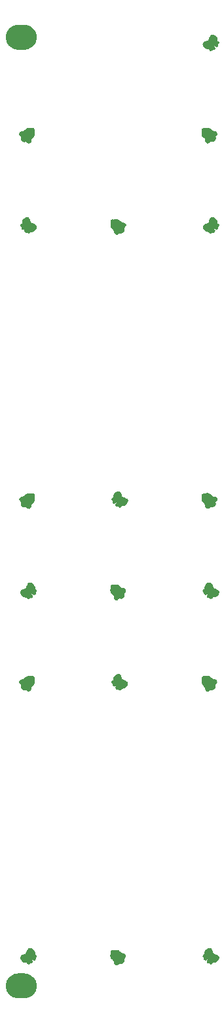
<source format=gbr>
G04 #@! TF.GenerationSoftware,KiCad,Pcbnew,(5.1.2)-2*
G04 #@! TF.CreationDate,2020-04-17T14:25:19-07:00*
G04 #@! TF.ProjectId,panel,70616e65-6c2e-46b6-9963-61645f706362,rev?*
G04 #@! TF.SameCoordinates,Original*
G04 #@! TF.FileFunction,Copper,L1,Top*
G04 #@! TF.FilePolarity,Positive*
%FSLAX46Y46*%
G04 Gerber Fmt 4.6, Leading zero omitted, Abs format (unit mm)*
G04 Created by KiCad (PCBNEW (5.1.2)-2) date 2020-04-17 14:25:19*
%MOMM*%
%LPD*%
G04 APERTURE LIST*
%ADD10C,0.010000*%
%ADD11C,0.100000*%
%ADD12C,3.200000*%
G04 APERTURE END LIST*
D10*
G36*
X-226864Y-56572963D02*
G01*
X-89675Y-56611362D01*
X-53236Y-56628040D01*
X1510Y-56664154D01*
X78223Y-56724555D01*
X162686Y-56797877D01*
X185868Y-56819249D01*
X293467Y-56914033D01*
X381306Y-56975318D01*
X461286Y-57009327D01*
X545313Y-57022283D01*
X575584Y-57023000D01*
X696609Y-57043880D01*
X787165Y-57104171D01*
X843934Y-57200351D01*
X863599Y-57328894D01*
X863600Y-57328921D01*
X855285Y-57401223D01*
X824145Y-57465849D01*
X768419Y-57534606D01*
X720363Y-57590291D01*
X692004Y-57636321D01*
X678147Y-57689192D01*
X673598Y-57765402D01*
X673169Y-57837039D01*
X671430Y-57940269D01*
X663404Y-58009244D01*
X644745Y-58060469D01*
X611106Y-58110452D01*
X596263Y-58129135D01*
X496612Y-58231359D01*
X391753Y-58290193D01*
X267112Y-58311936D01*
X178002Y-58309890D01*
X87766Y-58304761D01*
X29015Y-58309848D01*
X-17401Y-58331275D01*
X-70630Y-58375167D01*
X-94480Y-58397031D01*
X-165646Y-58456521D01*
X-224523Y-58486174D01*
X-291337Y-58495185D01*
X-310583Y-58495299D01*
X-394718Y-58486782D01*
X-467170Y-58466797D01*
X-479805Y-58460754D01*
X-557835Y-58389658D01*
X-601056Y-58285614D01*
X-608700Y-58212103D01*
X-616615Y-58122419D01*
X-642709Y-58042054D01*
X-693347Y-57958765D01*
X-774892Y-57860313D01*
X-813351Y-57818468D01*
X-888063Y-57734700D01*
X-952896Y-57655026D01*
X-996579Y-57593502D01*
X-1003577Y-57581265D01*
X-1056051Y-57433676D01*
X-1076198Y-57268209D01*
X-1063105Y-57118250D01*
X-1047518Y-57034031D01*
X-1038194Y-56965252D01*
X-1036911Y-56940450D01*
X-1039093Y-56885044D01*
X-1042246Y-56810646D01*
X-1042489Y-56805090D01*
X-1027873Y-56711273D01*
X-987499Y-56651398D01*
X-944166Y-56614044D01*
X-893552Y-56596199D01*
X-816768Y-56592328D01*
X-788109Y-56592991D01*
X-678463Y-56590334D01*
X-564166Y-56578549D01*
X-521479Y-56571122D01*
X-378859Y-56558570D01*
X-226864Y-56572963D01*
X-226864Y-56572963D01*
G37*
X-226864Y-56572963D02*
X-89675Y-56611362D01*
X-53236Y-56628040D01*
X1510Y-56664154D01*
X78223Y-56724555D01*
X162686Y-56797877D01*
X185868Y-56819249D01*
X293467Y-56914033D01*
X381306Y-56975318D01*
X461286Y-57009327D01*
X545313Y-57022283D01*
X575584Y-57023000D01*
X696609Y-57043880D01*
X787165Y-57104171D01*
X843934Y-57200351D01*
X863599Y-57328894D01*
X863600Y-57328921D01*
X855285Y-57401223D01*
X824145Y-57465849D01*
X768419Y-57534606D01*
X720363Y-57590291D01*
X692004Y-57636321D01*
X678147Y-57689192D01*
X673598Y-57765402D01*
X673169Y-57837039D01*
X671430Y-57940269D01*
X663404Y-58009244D01*
X644745Y-58060469D01*
X611106Y-58110452D01*
X596263Y-58129135D01*
X496612Y-58231359D01*
X391753Y-58290193D01*
X267112Y-58311936D01*
X178002Y-58309890D01*
X87766Y-58304761D01*
X29015Y-58309848D01*
X-17401Y-58331275D01*
X-70630Y-58375167D01*
X-94480Y-58397031D01*
X-165646Y-58456521D01*
X-224523Y-58486174D01*
X-291337Y-58495185D01*
X-310583Y-58495299D01*
X-394718Y-58486782D01*
X-467170Y-58466797D01*
X-479805Y-58460754D01*
X-557835Y-58389658D01*
X-601056Y-58285614D01*
X-608700Y-58212103D01*
X-616615Y-58122419D01*
X-642709Y-58042054D01*
X-693347Y-57958765D01*
X-774892Y-57860313D01*
X-813351Y-57818468D01*
X-888063Y-57734700D01*
X-952896Y-57655026D01*
X-996579Y-57593502D01*
X-1003577Y-57581265D01*
X-1056051Y-57433676D01*
X-1076198Y-57268209D01*
X-1063105Y-57118250D01*
X-1047518Y-57034031D01*
X-1038194Y-56965252D01*
X-1036911Y-56940450D01*
X-1039093Y-56885044D01*
X-1042246Y-56810646D01*
X-1042489Y-56805090D01*
X-1027873Y-56711273D01*
X-987499Y-56651398D01*
X-944166Y-56614044D01*
X-893552Y-56596199D01*
X-816768Y-56592328D01*
X-788109Y-56592991D01*
X-678463Y-56590334D01*
X-564166Y-56578549D01*
X-521479Y-56571122D01*
X-378859Y-56558570D01*
X-226864Y-56572963D01*
G36*
X-11365309Y-56330519D02*
G01*
X-11317690Y-56347431D01*
X-11226059Y-56400431D01*
X-11125493Y-56481075D01*
X-11033637Y-56573713D01*
X-10974702Y-56651622D01*
X-10924215Y-56759991D01*
X-10893568Y-56880400D01*
X-10886919Y-56992309D01*
X-10895322Y-57043942D01*
X-10906906Y-57097522D01*
X-10892211Y-57123217D01*
X-10839936Y-57137674D01*
X-10830483Y-57139466D01*
X-10740864Y-57177358D01*
X-10685528Y-57243223D01*
X-10667718Y-57324818D01*
X-10690677Y-57409903D01*
X-10741999Y-57473516D01*
X-10791342Y-57526095D01*
X-10806404Y-57577611D01*
X-10802256Y-57623132D01*
X-10808156Y-57724680D01*
X-10830442Y-57771808D01*
X-10890706Y-57824192D01*
X-10976149Y-57834630D01*
X-11087896Y-57803045D01*
X-11197964Y-57746900D01*
X-11275943Y-57702502D01*
X-11336165Y-57670634D01*
X-11365921Y-57658011D01*
X-11366204Y-57658000D01*
X-11362415Y-57678371D01*
X-11338104Y-57732760D01*
X-11297957Y-57811078D01*
X-11278491Y-57846886D01*
X-11223569Y-57952995D01*
X-11194523Y-58028078D01*
X-11187798Y-58082510D01*
X-11190931Y-58102345D01*
X-11234036Y-58180166D01*
X-11308695Y-58226681D01*
X-11401274Y-58233795D01*
X-11409759Y-58232278D01*
X-11469613Y-58227980D01*
X-11517158Y-58250422D01*
X-11560431Y-58292662D01*
X-11640401Y-58354063D01*
X-11722798Y-58364818D01*
X-11809117Y-58325074D01*
X-11818575Y-58317893D01*
X-11867256Y-58264649D01*
X-11891850Y-58209943D01*
X-11901918Y-58177400D01*
X-11928818Y-58160082D01*
X-11985426Y-58153004D01*
X-12042636Y-58151552D01*
X-12187031Y-58131172D01*
X-12324426Y-58077965D01*
X-12449763Y-57998460D01*
X-12557989Y-57899188D01*
X-12644046Y-57786678D01*
X-12702881Y-57667460D01*
X-12729437Y-57548063D01*
X-12718659Y-57435019D01*
X-12670314Y-57340819D01*
X-12608178Y-57285226D01*
X-12512902Y-57225984D01*
X-12400749Y-57171284D01*
X-12287980Y-57129317D01*
X-12215089Y-57111509D01*
X-12105710Y-57068909D01*
X-12010330Y-56986484D01*
X-11939504Y-56875089D01*
X-11913897Y-56801727D01*
X-11862664Y-56637710D01*
X-11799956Y-56500666D01*
X-11730706Y-56400627D01*
X-11704072Y-56374713D01*
X-11609840Y-56326119D01*
X-11491814Y-56311027D01*
X-11365309Y-56330519D01*
X-11365309Y-56330519D01*
G37*
X-11365309Y-56330519D02*
X-11317690Y-56347431D01*
X-11226059Y-56400431D01*
X-11125493Y-56481075D01*
X-11033637Y-56573713D01*
X-10974702Y-56651622D01*
X-10924215Y-56759991D01*
X-10893568Y-56880400D01*
X-10886919Y-56992309D01*
X-10895322Y-57043942D01*
X-10906906Y-57097522D01*
X-10892211Y-57123217D01*
X-10839936Y-57137674D01*
X-10830483Y-57139466D01*
X-10740864Y-57177358D01*
X-10685528Y-57243223D01*
X-10667718Y-57324818D01*
X-10690677Y-57409903D01*
X-10741999Y-57473516D01*
X-10791342Y-57526095D01*
X-10806404Y-57577611D01*
X-10802256Y-57623132D01*
X-10808156Y-57724680D01*
X-10830442Y-57771808D01*
X-10890706Y-57824192D01*
X-10976149Y-57834630D01*
X-11087896Y-57803045D01*
X-11197964Y-57746900D01*
X-11275943Y-57702502D01*
X-11336165Y-57670634D01*
X-11365921Y-57658011D01*
X-11366204Y-57658000D01*
X-11362415Y-57678371D01*
X-11338104Y-57732760D01*
X-11297957Y-57811078D01*
X-11278491Y-57846886D01*
X-11223569Y-57952995D01*
X-11194523Y-58028078D01*
X-11187798Y-58082510D01*
X-11190931Y-58102345D01*
X-11234036Y-58180166D01*
X-11308695Y-58226681D01*
X-11401274Y-58233795D01*
X-11409759Y-58232278D01*
X-11469613Y-58227980D01*
X-11517158Y-58250422D01*
X-11560431Y-58292662D01*
X-11640401Y-58354063D01*
X-11722798Y-58364818D01*
X-11809117Y-58325074D01*
X-11818575Y-58317893D01*
X-11867256Y-58264649D01*
X-11891850Y-58209943D01*
X-11901918Y-58177400D01*
X-11928818Y-58160082D01*
X-11985426Y-58153004D01*
X-12042636Y-58151552D01*
X-12187031Y-58131172D01*
X-12324426Y-58077965D01*
X-12449763Y-57998460D01*
X-12557989Y-57899188D01*
X-12644046Y-57786678D01*
X-12702881Y-57667460D01*
X-12729437Y-57548063D01*
X-12718659Y-57435019D01*
X-12670314Y-57340819D01*
X-12608178Y-57285226D01*
X-12512902Y-57225984D01*
X-12400749Y-57171284D01*
X-12287980Y-57129317D01*
X-12215089Y-57111509D01*
X-12105710Y-57068909D01*
X-12010330Y-56986484D01*
X-11939504Y-56875089D01*
X-11913897Y-56801727D01*
X-11862664Y-56637710D01*
X-11799956Y-56500666D01*
X-11730706Y-56400627D01*
X-11704072Y-56374713D01*
X-11609840Y-56326119D01*
X-11491814Y-56311027D01*
X-11365309Y-56330519D01*
G36*
X11785534Y-56315691D02*
G01*
X11838792Y-56334430D01*
X11888777Y-56378614D01*
X11918073Y-56411841D01*
X11968033Y-56484610D01*
X12019945Y-56582957D01*
X12066661Y-56690279D01*
X12101034Y-56789973D01*
X12115917Y-56865435D01*
X12116057Y-56871795D01*
X12134288Y-56913503D01*
X12180076Y-56970800D01*
X12239491Y-57029958D01*
X12298600Y-57077255D01*
X12343470Y-57098963D01*
X12346888Y-57099200D01*
X12430317Y-57113033D01*
X12536704Y-57149273D01*
X12648231Y-57200029D01*
X12747079Y-57257410D01*
X12803742Y-57301522D01*
X12863403Y-57363853D01*
X12893006Y-57416824D01*
X12902659Y-57482171D01*
X12903200Y-57515379D01*
X12879466Y-57661032D01*
X12813131Y-57804684D01*
X12711494Y-57934816D01*
X12581854Y-58039908D01*
X12563972Y-58050751D01*
X12442624Y-58107564D01*
X12319097Y-58141331D01*
X12210049Y-58148254D01*
X12168001Y-58141001D01*
X12120597Y-58132062D01*
X12093752Y-58148527D01*
X12072658Y-58201450D01*
X12068447Y-58215310D01*
X12019160Y-58303115D01*
X11940135Y-58356811D01*
X11871351Y-58369200D01*
X11830314Y-58352309D01*
X11774424Y-58310027D01*
X11754989Y-58291697D01*
X11695674Y-58241435D01*
X11644933Y-58225447D01*
X11606033Y-58229888D01*
X11523521Y-58228511D01*
X11443888Y-58197259D01*
X11398638Y-58155847D01*
X11381573Y-58096563D01*
X11383266Y-58017050D01*
X11402126Y-57943627D01*
X11412647Y-57924001D01*
X11444112Y-57873804D01*
X11488448Y-57799536D01*
X11517501Y-57749523D01*
X11588908Y-57625147D01*
X11439604Y-57708884D01*
X11359960Y-57754690D01*
X11297246Y-57792836D01*
X11266170Y-57814210D01*
X11209141Y-57835940D01*
X11132492Y-57832014D01*
X11058386Y-57805669D01*
X11022633Y-57778650D01*
X10985773Y-57723254D01*
X10979971Y-57656073D01*
X10983533Y-57628193D01*
X10987419Y-57560899D01*
X10966934Y-57509660D01*
X10921989Y-57458697D01*
X10868248Y-57387901D01*
X10845896Y-57320877D01*
X10845800Y-57317053D01*
X10868956Y-57239618D01*
X10929514Y-57174414D01*
X11014108Y-57135473D01*
X11019943Y-57134221D01*
X11061036Y-57122936D01*
X11080626Y-57101158D01*
X11084492Y-57054734D01*
X11079899Y-56987368D01*
X11091428Y-56827885D01*
X11149922Y-56672979D01*
X11251699Y-56531203D01*
X11294710Y-56488245D01*
X11418910Y-56390566D01*
X11540151Y-56334106D01*
X11673278Y-56312506D01*
X11706604Y-56311800D01*
X11785534Y-56315691D01*
X11785534Y-56315691D01*
G37*
X11785534Y-56315691D02*
X11838792Y-56334430D01*
X11888777Y-56378614D01*
X11918073Y-56411841D01*
X11968033Y-56484610D01*
X12019945Y-56582957D01*
X12066661Y-56690279D01*
X12101034Y-56789973D01*
X12115917Y-56865435D01*
X12116057Y-56871795D01*
X12134288Y-56913503D01*
X12180076Y-56970800D01*
X12239491Y-57029958D01*
X12298600Y-57077255D01*
X12343470Y-57098963D01*
X12346888Y-57099200D01*
X12430317Y-57113033D01*
X12536704Y-57149273D01*
X12648231Y-57200029D01*
X12747079Y-57257410D01*
X12803742Y-57301522D01*
X12863403Y-57363853D01*
X12893006Y-57416824D01*
X12902659Y-57482171D01*
X12903200Y-57515379D01*
X12879466Y-57661032D01*
X12813131Y-57804684D01*
X12711494Y-57934816D01*
X12581854Y-58039908D01*
X12563972Y-58050751D01*
X12442624Y-58107564D01*
X12319097Y-58141331D01*
X12210049Y-58148254D01*
X12168001Y-58141001D01*
X12120597Y-58132062D01*
X12093752Y-58148527D01*
X12072658Y-58201450D01*
X12068447Y-58215310D01*
X12019160Y-58303115D01*
X11940135Y-58356811D01*
X11871351Y-58369200D01*
X11830314Y-58352309D01*
X11774424Y-58310027D01*
X11754989Y-58291697D01*
X11695674Y-58241435D01*
X11644933Y-58225447D01*
X11606033Y-58229888D01*
X11523521Y-58228511D01*
X11443888Y-58197259D01*
X11398638Y-58155847D01*
X11381573Y-58096563D01*
X11383266Y-58017050D01*
X11402126Y-57943627D01*
X11412647Y-57924001D01*
X11444112Y-57873804D01*
X11488448Y-57799536D01*
X11517501Y-57749523D01*
X11588908Y-57625147D01*
X11439604Y-57708884D01*
X11359960Y-57754690D01*
X11297246Y-57792836D01*
X11266170Y-57814210D01*
X11209141Y-57835940D01*
X11132492Y-57832014D01*
X11058386Y-57805669D01*
X11022633Y-57778650D01*
X10985773Y-57723254D01*
X10979971Y-57656073D01*
X10983533Y-57628193D01*
X10987419Y-57560899D01*
X10966934Y-57509660D01*
X10921989Y-57458697D01*
X10868248Y-57387901D01*
X10845896Y-57320877D01*
X10845800Y-57317053D01*
X10868956Y-57239618D01*
X10929514Y-57174414D01*
X11014108Y-57135473D01*
X11019943Y-57134221D01*
X11061036Y-57122936D01*
X11080626Y-57101158D01*
X11084492Y-57054734D01*
X11079899Y-56987368D01*
X11091428Y-56827885D01*
X11149922Y-56672979D01*
X11251699Y-56531203D01*
X11294710Y-56488245D01*
X11418910Y-56390566D01*
X11540151Y-56334106D01*
X11673278Y-56312506D01*
X11706604Y-56311800D01*
X11785534Y-56315691D01*
G36*
X-11492656Y-21227830D02*
G01*
X-11361035Y-21229518D01*
X-11250391Y-21230940D01*
X-11232584Y-21231169D01*
X-11137880Y-21235640D01*
X-11076198Y-21249520D01*
X-11029934Y-21278036D01*
X-11008889Y-21297602D01*
X-10970850Y-21343915D01*
X-10951989Y-21396543D01*
X-10946700Y-21474511D01*
X-10946955Y-21507740D01*
X-10945743Y-21612083D01*
X-10940137Y-21737218D01*
X-10932758Y-21838983D01*
X-10929556Y-21988596D01*
X-10953039Y-22116172D01*
X-11008386Y-22235349D01*
X-11100775Y-22359766D01*
X-11152365Y-22417396D01*
X-11253362Y-22532150D01*
X-11320584Y-22626195D01*
X-11359869Y-22710625D01*
X-11377054Y-22796535D01*
X-11379200Y-22848578D01*
X-11385457Y-22930800D01*
X-11411573Y-22991257D01*
X-11465560Y-23053040D01*
X-11529777Y-23108643D01*
X-11590713Y-23133753D01*
X-11669328Y-23139400D01*
X-11744843Y-23134168D01*
X-11803875Y-23112255D01*
X-11867586Y-23064333D01*
X-11894321Y-23040231D01*
X-11953430Y-22987701D01*
X-11999008Y-22959119D01*
X-12049551Y-22948774D01*
X-12123558Y-22950960D01*
X-12171556Y-22954680D01*
X-12270063Y-22959842D01*
X-12339149Y-22953524D01*
X-12399609Y-22931949D01*
X-12451027Y-22903940D01*
X-12549278Y-22825728D01*
X-12620935Y-22732669D01*
X-12653982Y-22665293D01*
X-12669999Y-22601555D01*
X-12672463Y-22521004D01*
X-12668604Y-22452184D01*
X-12663316Y-22358950D01*
X-12666811Y-22300209D01*
X-12683258Y-22259865D01*
X-12716827Y-22221820D01*
X-12732021Y-22207356D01*
X-12803579Y-22122065D01*
X-12851464Y-22028917D01*
X-12868679Y-21943501D01*
X-12864624Y-21911985D01*
X-12812026Y-21789211D01*
X-12733451Y-21709468D01*
X-12626469Y-21670775D01*
X-12563215Y-21666200D01*
X-12475650Y-21658670D01*
X-12395677Y-21631942D01*
X-12311459Y-21579808D01*
X-12211158Y-21496061D01*
X-12174669Y-21462449D01*
X-12065748Y-21364020D01*
X-11978039Y-21296937D01*
X-11898052Y-21255449D01*
X-11812295Y-21233804D01*
X-11707276Y-21226250D01*
X-11620500Y-21226195D01*
X-11492656Y-21227830D01*
X-11492656Y-21227830D01*
G37*
X-11492656Y-21227830D02*
X-11361035Y-21229518D01*
X-11250391Y-21230940D01*
X-11232584Y-21231169D01*
X-11137880Y-21235640D01*
X-11076198Y-21249520D01*
X-11029934Y-21278036D01*
X-11008889Y-21297602D01*
X-10970850Y-21343915D01*
X-10951989Y-21396543D01*
X-10946700Y-21474511D01*
X-10946955Y-21507740D01*
X-10945743Y-21612083D01*
X-10940137Y-21737218D01*
X-10932758Y-21838983D01*
X-10929556Y-21988596D01*
X-10953039Y-22116172D01*
X-11008386Y-22235349D01*
X-11100775Y-22359766D01*
X-11152365Y-22417396D01*
X-11253362Y-22532150D01*
X-11320584Y-22626195D01*
X-11359869Y-22710625D01*
X-11377054Y-22796535D01*
X-11379200Y-22848578D01*
X-11385457Y-22930800D01*
X-11411573Y-22991257D01*
X-11465560Y-23053040D01*
X-11529777Y-23108643D01*
X-11590713Y-23133753D01*
X-11669328Y-23139400D01*
X-11744843Y-23134168D01*
X-11803875Y-23112255D01*
X-11867586Y-23064333D01*
X-11894321Y-23040231D01*
X-11953430Y-22987701D01*
X-11999008Y-22959119D01*
X-12049551Y-22948774D01*
X-12123558Y-22950960D01*
X-12171556Y-22954680D01*
X-12270063Y-22959842D01*
X-12339149Y-22953524D01*
X-12399609Y-22931949D01*
X-12451027Y-22903940D01*
X-12549278Y-22825728D01*
X-12620935Y-22732669D01*
X-12653982Y-22665293D01*
X-12669999Y-22601555D01*
X-12672463Y-22521004D01*
X-12668604Y-22452184D01*
X-12663316Y-22358950D01*
X-12666811Y-22300209D01*
X-12683258Y-22259865D01*
X-12716827Y-22221820D01*
X-12732021Y-22207356D01*
X-12803579Y-22122065D01*
X-12851464Y-22028917D01*
X-12868679Y-21943501D01*
X-12864624Y-21911985D01*
X-12812026Y-21789211D01*
X-12733451Y-21709468D01*
X-12626469Y-21670775D01*
X-12563215Y-21666200D01*
X-12475650Y-21658670D01*
X-12395677Y-21631942D01*
X-12311459Y-21579808D01*
X-12211158Y-21496061D01*
X-12174669Y-21462449D01*
X-12065748Y-21364020D01*
X-11978039Y-21296937D01*
X-11898052Y-21255449D01*
X-11812295Y-21233804D01*
X-11707276Y-21226250D01*
X-11620500Y-21226195D01*
X-11492656Y-21227830D01*
G36*
X11533859Y-21227706D02*
G01*
X11637256Y-21242937D01*
X11728434Y-21277177D01*
X11821033Y-21336176D01*
X11928694Y-21425681D01*
X11972007Y-21464865D01*
X12079809Y-21558177D01*
X12167095Y-21618576D01*
X12245797Y-21652237D01*
X12327848Y-21665331D01*
X12361184Y-21666200D01*
X12482214Y-21687051D01*
X12572721Y-21747305D01*
X12629463Y-21843511D01*
X12649199Y-21972218D01*
X12649200Y-21972762D01*
X12641812Y-22042318D01*
X12613558Y-22103548D01*
X12555301Y-22175561D01*
X12548924Y-22182520D01*
X12492663Y-22246576D01*
X12464403Y-22295111D01*
X12456912Y-22349201D01*
X12462955Y-22429921D01*
X12463200Y-22432297D01*
X12463245Y-22584445D01*
X12425948Y-22709089D01*
X12347617Y-22816780D01*
X12319098Y-22844189D01*
X12210693Y-22919038D01*
X12088127Y-22955425D01*
X11939288Y-22956675D01*
X11917570Y-22954452D01*
X11846496Y-22949612D01*
X11795491Y-22959907D01*
X11744625Y-22992885D01*
X11691124Y-23040227D01*
X11621781Y-23098777D01*
X11564571Y-23128400D01*
X11498087Y-23138322D01*
X11462317Y-23138835D01*
X11357395Y-23126478D01*
X11286922Y-23094385D01*
X11210500Y-23003529D01*
X11177653Y-22888271D01*
X11176000Y-22850623D01*
X11168728Y-22764094D01*
X11142814Y-22685136D01*
X11092112Y-22602113D01*
X11010476Y-22503388D01*
X10968375Y-22457527D01*
X10859325Y-22332674D01*
X10786108Y-22224548D01*
X10743469Y-22120000D01*
X10726155Y-22005883D01*
X10728911Y-21869048D01*
X10729589Y-21859972D01*
X10737202Y-21738060D01*
X10742162Y-21613240D01*
X10743443Y-21511622D01*
X10743394Y-21507740D01*
X10745802Y-21417553D01*
X10759999Y-21358754D01*
X10791628Y-21312304D01*
X10805688Y-21297602D01*
X10850639Y-21260613D01*
X10902707Y-21240698D01*
X10979490Y-21232656D01*
X11029383Y-21231496D01*
X11135222Y-21230131D01*
X11265340Y-21228145D01*
X11393227Y-21225945D01*
X11404600Y-21225735D01*
X11533859Y-21227706D01*
X11533859Y-21227706D01*
G37*
X11533859Y-21227706D02*
X11637256Y-21242937D01*
X11728434Y-21277177D01*
X11821033Y-21336176D01*
X11928694Y-21425681D01*
X11972007Y-21464865D01*
X12079809Y-21558177D01*
X12167095Y-21618576D01*
X12245797Y-21652237D01*
X12327848Y-21665331D01*
X12361184Y-21666200D01*
X12482214Y-21687051D01*
X12572721Y-21747305D01*
X12629463Y-21843511D01*
X12649199Y-21972218D01*
X12649200Y-21972762D01*
X12641812Y-22042318D01*
X12613558Y-22103548D01*
X12555301Y-22175561D01*
X12548924Y-22182520D01*
X12492663Y-22246576D01*
X12464403Y-22295111D01*
X12456912Y-22349201D01*
X12462955Y-22429921D01*
X12463200Y-22432297D01*
X12463245Y-22584445D01*
X12425948Y-22709089D01*
X12347617Y-22816780D01*
X12319098Y-22844189D01*
X12210693Y-22919038D01*
X12088127Y-22955425D01*
X11939288Y-22956675D01*
X11917570Y-22954452D01*
X11846496Y-22949612D01*
X11795491Y-22959907D01*
X11744625Y-22992885D01*
X11691124Y-23040227D01*
X11621781Y-23098777D01*
X11564571Y-23128400D01*
X11498087Y-23138322D01*
X11462317Y-23138835D01*
X11357395Y-23126478D01*
X11286922Y-23094385D01*
X11210500Y-23003529D01*
X11177653Y-22888271D01*
X11176000Y-22850623D01*
X11168728Y-22764094D01*
X11142814Y-22685136D01*
X11092112Y-22602113D01*
X11010476Y-22503388D01*
X10968375Y-22457527D01*
X10859325Y-22332674D01*
X10786108Y-22224548D01*
X10743469Y-22120000D01*
X10726155Y-22005883D01*
X10728911Y-21869048D01*
X10729589Y-21859972D01*
X10737202Y-21738060D01*
X10742162Y-21613240D01*
X10743443Y-21511622D01*
X10743394Y-21507740D01*
X10745802Y-21417553D01*
X10759999Y-21358754D01*
X10791628Y-21312304D01*
X10805688Y-21297602D01*
X10850639Y-21260613D01*
X10902707Y-21240698D01*
X10979490Y-21232656D01*
X11029383Y-21231496D01*
X11135222Y-21230131D01*
X11265340Y-21228145D01*
X11393227Y-21225945D01*
X11404600Y-21225735D01*
X11533859Y-21227706D01*
G36*
X43987Y-20983676D02*
G01*
X88580Y-21010086D01*
X144173Y-21072222D01*
X203415Y-21167498D01*
X258115Y-21279651D01*
X300082Y-21392420D01*
X317890Y-21465311D01*
X359171Y-21571908D01*
X436905Y-21665753D01*
X536771Y-21732523D01*
X607288Y-21754709D01*
X710339Y-21782326D01*
X824560Y-21828613D01*
X933691Y-21885380D01*
X1021469Y-21944435D01*
X1062513Y-21984019D01*
X1108047Y-22080707D01*
X1114708Y-22196811D01*
X1085554Y-22323071D01*
X1023643Y-22450225D01*
X932033Y-22569012D01*
X842862Y-22649191D01*
X734435Y-22716544D01*
X615580Y-22766184D01*
X501211Y-22793596D01*
X406245Y-22794261D01*
X383214Y-22788378D01*
X336368Y-22775927D01*
X309906Y-22788542D01*
X289598Y-22836557D01*
X281786Y-22862050D01*
X234113Y-22954733D01*
X164878Y-23004606D01*
X82827Y-23009628D01*
X-3294Y-22967759D01*
X-37719Y-22936598D01*
X-92711Y-22887529D01*
X-143472Y-22870891D01*
X-204772Y-22875897D01*
X-279294Y-22879498D01*
X-331993Y-22856087D01*
X-352802Y-22837398D01*
X-394548Y-22772656D01*
X-401643Y-22691823D01*
X-373395Y-22588472D01*
X-312324Y-22461998D01*
X-218248Y-22290847D01*
X-389399Y-22384923D01*
X-520372Y-22447761D01*
X-622656Y-22474618D01*
X-702716Y-22466186D01*
X-764949Y-22425251D01*
X-801668Y-22372802D01*
X-809006Y-22306571D01*
X-805756Y-22275010D01*
X-803260Y-22203766D01*
X-826239Y-22151364D01*
X-866307Y-22108106D01*
X-926326Y-22023947D01*
X-939250Y-21939340D01*
X-907276Y-21863806D01*
X-832601Y-21806862D01*
X-793336Y-21792033D01*
X-698500Y-21763676D01*
X-706941Y-21616619D01*
X-706373Y-21509710D01*
X-686001Y-21421163D01*
X-650807Y-21342129D01*
X-563612Y-21213062D01*
X-444449Y-21094627D01*
X-311649Y-21004569D01*
X-291939Y-20994725D01*
X-178958Y-20960782D01*
X-60797Y-20957348D01*
X43987Y-20983676D01*
X43987Y-20983676D01*
G37*
X43987Y-20983676D02*
X88580Y-21010086D01*
X144173Y-21072222D01*
X203415Y-21167498D01*
X258115Y-21279651D01*
X300082Y-21392420D01*
X317890Y-21465311D01*
X359171Y-21571908D01*
X436905Y-21665753D01*
X536771Y-21732523D01*
X607288Y-21754709D01*
X710339Y-21782326D01*
X824560Y-21828613D01*
X933691Y-21885380D01*
X1021469Y-21944435D01*
X1062513Y-21984019D01*
X1108047Y-22080707D01*
X1114708Y-22196811D01*
X1085554Y-22323071D01*
X1023643Y-22450225D01*
X932033Y-22569012D01*
X842862Y-22649191D01*
X734435Y-22716544D01*
X615580Y-22766184D01*
X501211Y-22793596D01*
X406245Y-22794261D01*
X383214Y-22788378D01*
X336368Y-22775927D01*
X309906Y-22788542D01*
X289598Y-22836557D01*
X281786Y-22862050D01*
X234113Y-22954733D01*
X164878Y-23004606D01*
X82827Y-23009628D01*
X-3294Y-22967759D01*
X-37719Y-22936598D01*
X-92711Y-22887529D01*
X-143472Y-22870891D01*
X-204772Y-22875897D01*
X-279294Y-22879498D01*
X-331993Y-22856087D01*
X-352802Y-22837398D01*
X-394548Y-22772656D01*
X-401643Y-22691823D01*
X-373395Y-22588472D01*
X-312324Y-22461998D01*
X-218248Y-22290847D01*
X-389399Y-22384923D01*
X-520372Y-22447761D01*
X-622656Y-22474618D01*
X-702716Y-22466186D01*
X-764949Y-22425251D01*
X-801668Y-22372802D01*
X-809006Y-22306571D01*
X-805756Y-22275010D01*
X-803260Y-22203766D01*
X-826239Y-22151364D01*
X-866307Y-22108106D01*
X-926326Y-22023947D01*
X-939250Y-21939340D01*
X-907276Y-21863806D01*
X-832601Y-21806862D01*
X-793336Y-21792033D01*
X-698500Y-21763676D01*
X-706941Y-21616619D01*
X-706373Y-21509710D01*
X-686001Y-21421163D01*
X-650807Y-21342129D01*
X-563612Y-21213062D01*
X-444449Y-21094627D01*
X-311649Y-21004569D01*
X-291939Y-20994725D01*
X-178958Y-20960782D01*
X-60797Y-20957348D01*
X43987Y-20983676D01*
G36*
X-159628Y-9454438D02*
G01*
X-40451Y-9509785D01*
X83966Y-9602174D01*
X141596Y-9653764D01*
X256350Y-9754761D01*
X350395Y-9821983D01*
X434825Y-9861268D01*
X520735Y-9878453D01*
X572778Y-9880600D01*
X655000Y-9886856D01*
X715457Y-9912972D01*
X777240Y-9966960D01*
X832843Y-10031176D01*
X857953Y-10092112D01*
X863600Y-10170727D01*
X858570Y-10245160D01*
X837380Y-10303484D01*
X790876Y-10366208D01*
X762004Y-10398353D01*
X705024Y-10463532D01*
X676746Y-10511750D01*
X669973Y-10561994D01*
X676292Y-10624458D01*
X681122Y-10778620D01*
X647118Y-10907158D01*
X571578Y-11020159D01*
X569790Y-11022147D01*
X478386Y-11107252D01*
X384077Y-11155534D01*
X270751Y-11172978D01*
X171508Y-11170045D01*
X82869Y-11165002D01*
X24863Y-11170974D01*
X-22470Y-11194400D01*
X-79088Y-11241715D01*
X-94683Y-11255888D01*
X-159593Y-11309573D01*
X-214151Y-11345137D01*
X-238656Y-11353800D01*
X-296756Y-11360959D01*
X-309073Y-11364181D01*
X-355418Y-11364682D01*
X-421883Y-11351782D01*
X-426418Y-11350505D01*
X-510706Y-11301667D01*
X-573799Y-11217254D01*
X-606747Y-11110992D01*
X-609506Y-11069703D01*
X-617642Y-10976059D01*
X-646142Y-10891978D01*
X-701453Y-10804995D01*
X-790023Y-10702644D01*
X-810522Y-10681078D01*
X-885614Y-10598262D01*
X-951173Y-10517773D01*
X-995029Y-10454726D01*
X-1000084Y-10445620D01*
X-1056580Y-10287639D01*
X-1076418Y-10114344D01*
X-1062995Y-9975850D01*
X-1047244Y-9867652D01*
X-1039580Y-9747824D01*
X-1039677Y-9699414D01*
X-1039621Y-9614195D01*
X-1028649Y-9561635D01*
X-1000864Y-9523841D01*
X-974411Y-9501392D01*
X-913196Y-9465904D01*
X-836077Y-9450346D01*
X-763435Y-9448627D01*
X-661906Y-9447284D01*
X-538876Y-9441615D01*
X-436817Y-9434157D01*
X-287204Y-9430955D01*
X-159628Y-9454438D01*
X-159628Y-9454438D01*
G37*
X-159628Y-9454438D02*
X-40451Y-9509785D01*
X83966Y-9602174D01*
X141596Y-9653764D01*
X256350Y-9754761D01*
X350395Y-9821983D01*
X434825Y-9861268D01*
X520735Y-9878453D01*
X572778Y-9880600D01*
X655000Y-9886856D01*
X715457Y-9912972D01*
X777240Y-9966960D01*
X832843Y-10031176D01*
X857953Y-10092112D01*
X863600Y-10170727D01*
X858570Y-10245160D01*
X837380Y-10303484D01*
X790876Y-10366208D01*
X762004Y-10398353D01*
X705024Y-10463532D01*
X676746Y-10511750D01*
X669973Y-10561994D01*
X676292Y-10624458D01*
X681122Y-10778620D01*
X647118Y-10907158D01*
X571578Y-11020159D01*
X569790Y-11022147D01*
X478386Y-11107252D01*
X384077Y-11155534D01*
X270751Y-11172978D01*
X171508Y-11170045D01*
X82869Y-11165002D01*
X24863Y-11170974D01*
X-22470Y-11194400D01*
X-79088Y-11241715D01*
X-94683Y-11255888D01*
X-159593Y-11309573D01*
X-214151Y-11345137D01*
X-238656Y-11353800D01*
X-296756Y-11360959D01*
X-309073Y-11364181D01*
X-355418Y-11364682D01*
X-421883Y-11351782D01*
X-426418Y-11350505D01*
X-510706Y-11301667D01*
X-573799Y-11217254D01*
X-606747Y-11110992D01*
X-609506Y-11069703D01*
X-617642Y-10976059D01*
X-646142Y-10891978D01*
X-701453Y-10804995D01*
X-790023Y-10702644D01*
X-810522Y-10681078D01*
X-885614Y-10598262D01*
X-951173Y-10517773D01*
X-995029Y-10454726D01*
X-1000084Y-10445620D01*
X-1056580Y-10287639D01*
X-1076418Y-10114344D01*
X-1062995Y-9975850D01*
X-1047244Y-9867652D01*
X-1039580Y-9747824D01*
X-1039677Y-9699414D01*
X-1039621Y-9614195D01*
X-1028649Y-9561635D01*
X-1000864Y-9523841D01*
X-974411Y-9501392D01*
X-913196Y-9465904D01*
X-836077Y-9450346D01*
X-763435Y-9448627D01*
X-661906Y-9447284D01*
X-538876Y-9441615D01*
X-436817Y-9434157D01*
X-287204Y-9430955D01*
X-159628Y-9454438D01*
G36*
X-11378902Y-9184837D02*
G01*
X-11317690Y-9205031D01*
X-11195927Y-9275216D01*
X-11085911Y-9374198D01*
X-10993537Y-9492148D01*
X-10924697Y-9619239D01*
X-10885283Y-9745642D01*
X-10881189Y-9861528D01*
X-10893960Y-9911754D01*
X-10906820Y-9958535D01*
X-10889749Y-9981710D01*
X-10838162Y-9995991D01*
X-10739520Y-10033617D01*
X-10683689Y-10096904D01*
X-10668000Y-10177849D01*
X-10687107Y-10264951D01*
X-10736788Y-10327776D01*
X-10783527Y-10382809D01*
X-10799351Y-10444240D01*
X-10798199Y-10493704D01*
X-10807216Y-10595768D01*
X-10849536Y-10661549D01*
X-10922080Y-10690219D01*
X-11021769Y-10680953D01*
X-11145527Y-10632924D01*
X-11201942Y-10602168D01*
X-11279604Y-10558686D01*
X-11338504Y-10529525D01*
X-11366858Y-10520472D01*
X-11367510Y-10520843D01*
X-11360426Y-10545770D01*
X-11332384Y-10601769D01*
X-11289397Y-10676863D01*
X-11288077Y-10679056D01*
X-11223210Y-10795074D01*
X-11189246Y-10881370D01*
X-11184866Y-10947495D01*
X-11208748Y-11003002D01*
X-11238528Y-11037636D01*
X-11294977Y-11083450D01*
X-11351766Y-11095849D01*
X-11399540Y-11090780D01*
X-11466648Y-11086432D01*
X-11515496Y-11107087D01*
X-11561342Y-11151260D01*
X-11638495Y-11208958D01*
X-11720429Y-11226717D01*
X-11794271Y-11203008D01*
X-11818427Y-11181827D01*
X-11860015Y-11121234D01*
X-11882164Y-11074576D01*
X-11901403Y-11038240D01*
X-11934191Y-11019137D01*
X-11995171Y-11011460D01*
X-12044939Y-11010021D01*
X-12190761Y-10989517D01*
X-12327316Y-10937064D01*
X-12450374Y-10858967D01*
X-12555707Y-10761527D01*
X-12639086Y-10651051D01*
X-12696281Y-10533840D01*
X-12723063Y-10416200D01*
X-12715203Y-10304433D01*
X-12668471Y-10204844D01*
X-12619710Y-10153302D01*
X-12533819Y-10096817D01*
X-12417217Y-10040393D01*
X-12289310Y-9992419D01*
X-12180514Y-9963392D01*
X-12093772Y-9923392D01*
X-12011766Y-9846329D01*
X-11946126Y-9745472D01*
X-11913865Y-9659199D01*
X-11873289Y-9530994D01*
X-11819652Y-9407184D01*
X-11760167Y-9302007D01*
X-11702048Y-9229696D01*
X-11691726Y-9220825D01*
X-11606957Y-9182001D01*
X-11496619Y-9169749D01*
X-11378902Y-9184837D01*
X-11378902Y-9184837D01*
G37*
X-11378902Y-9184837D02*
X-11317690Y-9205031D01*
X-11195927Y-9275216D01*
X-11085911Y-9374198D01*
X-10993537Y-9492148D01*
X-10924697Y-9619239D01*
X-10885283Y-9745642D01*
X-10881189Y-9861528D01*
X-10893960Y-9911754D01*
X-10906820Y-9958535D01*
X-10889749Y-9981710D01*
X-10838162Y-9995991D01*
X-10739520Y-10033617D01*
X-10683689Y-10096904D01*
X-10668000Y-10177849D01*
X-10687107Y-10264951D01*
X-10736788Y-10327776D01*
X-10783527Y-10382809D01*
X-10799351Y-10444240D01*
X-10798199Y-10493704D01*
X-10807216Y-10595768D01*
X-10849536Y-10661549D01*
X-10922080Y-10690219D01*
X-11021769Y-10680953D01*
X-11145527Y-10632924D01*
X-11201942Y-10602168D01*
X-11279604Y-10558686D01*
X-11338504Y-10529525D01*
X-11366858Y-10520472D01*
X-11367510Y-10520843D01*
X-11360426Y-10545770D01*
X-11332384Y-10601769D01*
X-11289397Y-10676863D01*
X-11288077Y-10679056D01*
X-11223210Y-10795074D01*
X-11189246Y-10881370D01*
X-11184866Y-10947495D01*
X-11208748Y-11003002D01*
X-11238528Y-11037636D01*
X-11294977Y-11083450D01*
X-11351766Y-11095849D01*
X-11399540Y-11090780D01*
X-11466648Y-11086432D01*
X-11515496Y-11107087D01*
X-11561342Y-11151260D01*
X-11638495Y-11208958D01*
X-11720429Y-11226717D01*
X-11794271Y-11203008D01*
X-11818427Y-11181827D01*
X-11860015Y-11121234D01*
X-11882164Y-11074576D01*
X-11901403Y-11038240D01*
X-11934191Y-11019137D01*
X-11995171Y-11011460D01*
X-12044939Y-11010021D01*
X-12190761Y-10989517D01*
X-12327316Y-10937064D01*
X-12450374Y-10858967D01*
X-12555707Y-10761527D01*
X-12639086Y-10651051D01*
X-12696281Y-10533840D01*
X-12723063Y-10416200D01*
X-12715203Y-10304433D01*
X-12668471Y-10204844D01*
X-12619710Y-10153302D01*
X-12533819Y-10096817D01*
X-12417217Y-10040393D01*
X-12289310Y-9992419D01*
X-12180514Y-9963392D01*
X-12093772Y-9923392D01*
X-12011766Y-9846329D01*
X-11946126Y-9745472D01*
X-11913865Y-9659199D01*
X-11873289Y-9530994D01*
X-11819652Y-9407184D01*
X-11760167Y-9302007D01*
X-11702048Y-9229696D01*
X-11691726Y-9220825D01*
X-11606957Y-9182001D01*
X-11496619Y-9169749D01*
X-11378902Y-9184837D01*
G36*
X11747580Y-9154991D02*
G01*
X11807673Y-9175756D01*
X11829434Y-9186064D01*
X11917235Y-9254415D01*
X11996871Y-9366400D01*
X12064073Y-9515003D01*
X12099632Y-9630083D01*
X12158955Y-9774947D01*
X12252505Y-9882481D01*
X12381841Y-9954260D01*
X12438248Y-9971856D01*
X12577619Y-10017176D01*
X12704168Y-10074934D01*
X12805576Y-10138535D01*
X12869523Y-10201381D01*
X12870993Y-10203580D01*
X12908895Y-10304237D01*
X12911396Y-10425442D01*
X12879412Y-10552228D01*
X12845243Y-10622731D01*
X12734269Y-10771447D01*
X12599075Y-10886267D01*
X12447907Y-10962218D01*
X12289015Y-10994327D01*
X12229371Y-10994066D01*
X12150714Y-10990499D01*
X12108685Y-10997066D01*
X12089230Y-11020426D01*
X12078621Y-11065497D01*
X12058782Y-11129832D01*
X12032435Y-11171405D01*
X11959527Y-11205477D01*
X11871402Y-11213355D01*
X11819010Y-11201769D01*
X11762115Y-11161292D01*
X11735874Y-11127207D01*
X11707553Y-11094378D01*
X11659127Y-11080882D01*
X11591700Y-11080621D01*
X11511185Y-11078522D01*
X11460142Y-11058921D01*
X11427186Y-11026432D01*
X11394348Y-10975481D01*
X11383485Y-10922460D01*
X11396321Y-10856882D01*
X11434578Y-10768262D01*
X11485399Y-10672367D01*
X11591598Y-10479982D01*
X11466349Y-10552537D01*
X11387143Y-10599314D01*
X11319294Y-10640914D01*
X11290998Y-10659246D01*
X11209869Y-10689866D01*
X11121288Y-10687173D01*
X11047109Y-10652728D01*
X11034785Y-10640926D01*
X10999769Y-10574870D01*
X10992115Y-10477795D01*
X10992173Y-10476412D01*
X10990191Y-10399950D01*
X10972014Y-10356722D01*
X10945609Y-10336841D01*
X10884316Y-10280560D01*
X10860293Y-10206838D01*
X10869575Y-10127909D01*
X10908199Y-10056007D01*
X10972204Y-10003366D01*
X11057626Y-9982219D01*
X11060486Y-9982200D01*
X11079781Y-9969962D01*
X11086804Y-9927063D01*
X11082936Y-9844219D01*
X11082247Y-9836150D01*
X11078437Y-9743309D01*
X11090025Y-9670072D01*
X11122455Y-9590792D01*
X11142727Y-9551178D01*
X11236911Y-9414022D01*
X11359567Y-9296371D01*
X11497288Y-9209290D01*
X11604129Y-9170280D01*
X11687816Y-9153732D01*
X11747580Y-9154991D01*
X11747580Y-9154991D01*
G37*
X11747580Y-9154991D02*
X11807673Y-9175756D01*
X11829434Y-9186064D01*
X11917235Y-9254415D01*
X11996871Y-9366400D01*
X12064073Y-9515003D01*
X12099632Y-9630083D01*
X12158955Y-9774947D01*
X12252505Y-9882481D01*
X12381841Y-9954260D01*
X12438248Y-9971856D01*
X12577619Y-10017176D01*
X12704168Y-10074934D01*
X12805576Y-10138535D01*
X12869523Y-10201381D01*
X12870993Y-10203580D01*
X12908895Y-10304237D01*
X12911396Y-10425442D01*
X12879412Y-10552228D01*
X12845243Y-10622731D01*
X12734269Y-10771447D01*
X12599075Y-10886267D01*
X12447907Y-10962218D01*
X12289015Y-10994327D01*
X12229371Y-10994066D01*
X12150714Y-10990499D01*
X12108685Y-10997066D01*
X12089230Y-11020426D01*
X12078621Y-11065497D01*
X12058782Y-11129832D01*
X12032435Y-11171405D01*
X11959527Y-11205477D01*
X11871402Y-11213355D01*
X11819010Y-11201769D01*
X11762115Y-11161292D01*
X11735874Y-11127207D01*
X11707553Y-11094378D01*
X11659127Y-11080882D01*
X11591700Y-11080621D01*
X11511185Y-11078522D01*
X11460142Y-11058921D01*
X11427186Y-11026432D01*
X11394348Y-10975481D01*
X11383485Y-10922460D01*
X11396321Y-10856882D01*
X11434578Y-10768262D01*
X11485399Y-10672367D01*
X11591598Y-10479982D01*
X11466349Y-10552537D01*
X11387143Y-10599314D01*
X11319294Y-10640914D01*
X11290998Y-10659246D01*
X11209869Y-10689866D01*
X11121288Y-10687173D01*
X11047109Y-10652728D01*
X11034785Y-10640926D01*
X10999769Y-10574870D01*
X10992115Y-10477795D01*
X10992173Y-10476412D01*
X10990191Y-10399950D01*
X10972014Y-10356722D01*
X10945609Y-10336841D01*
X10884316Y-10280560D01*
X10860293Y-10206838D01*
X10869575Y-10127909D01*
X10908199Y-10056007D01*
X10972204Y-10003366D01*
X11057626Y-9982219D01*
X11060486Y-9982200D01*
X11079781Y-9969962D01*
X11086804Y-9927063D01*
X11082936Y-9844219D01*
X11082247Y-9836150D01*
X11078437Y-9743309D01*
X11090025Y-9670072D01*
X11122455Y-9590792D01*
X11142727Y-9551178D01*
X11236911Y-9414022D01*
X11359567Y-9296371D01*
X11497288Y-9209290D01*
X11604129Y-9170280D01*
X11687816Y-9153732D01*
X11747580Y-9154991D01*
G36*
X-11607800Y2345465D02*
G01*
X-11481552Y2343267D01*
X-11350483Y2341242D01*
X-11241107Y2339798D01*
X-11232584Y2339704D01*
X-11137807Y2335417D01*
X-11076143Y2321679D01*
X-11030089Y2293366D01*
X-11009746Y2274455D01*
X-10973181Y2229715D01*
X-10953504Y2177258D01*
X-10945589Y2099584D01*
X-10944497Y2051617D01*
X-10943132Y1945778D01*
X-10941146Y1815660D01*
X-10938946Y1687773D01*
X-10938736Y1676400D01*
X-10940780Y1546242D01*
X-10956305Y1442244D01*
X-10991107Y1350530D01*
X-11050982Y1257228D01*
X-11141726Y1148461D01*
X-11174393Y1112319D01*
X-11263971Y1011341D01*
X-11323201Y934716D01*
X-11358123Y871343D01*
X-11374774Y810123D01*
X-11379192Y739957D01*
X-11379200Y735839D01*
X-11399297Y614375D01*
X-11453979Y516780D01*
X-11534832Y449332D01*
X-11633443Y418309D01*
X-11741400Y429987D01*
X-11772900Y442097D01*
X-11841966Y484403D01*
X-11911638Y543251D01*
X-11920357Y552215D01*
X-11960935Y592064D01*
X-11998602Y613584D01*
X-12049347Y620886D01*
X-12129160Y618082D01*
X-12166487Y615504D01*
X-12266677Y610966D01*
X-12336775Y617256D01*
X-12396985Y638051D01*
X-12451104Y667306D01*
X-12549246Y745439D01*
X-12620935Y838531D01*
X-12653982Y905907D01*
X-12669999Y969645D01*
X-12672463Y1050196D01*
X-12668604Y1119016D01*
X-12663316Y1212250D01*
X-12666811Y1270991D01*
X-12683258Y1311335D01*
X-12716827Y1349380D01*
X-12732021Y1363844D01*
X-12816229Y1469056D01*
X-12857175Y1578597D01*
X-12857586Y1684231D01*
X-12820186Y1777719D01*
X-12747702Y1850822D01*
X-12642859Y1895303D01*
X-12552979Y1905000D01*
X-12478534Y1909016D01*
X-12415093Y1925197D01*
X-12351121Y1959747D01*
X-12275086Y2018867D01*
X-12177343Y2106999D01*
X-12059893Y2210144D01*
X-11960158Y2279661D01*
X-11863978Y2321480D01*
X-11757194Y2341530D01*
X-11625646Y2345738D01*
X-11607800Y2345465D01*
X-11607800Y2345465D01*
G37*
X-11607800Y2345465D02*
X-11481552Y2343267D01*
X-11350483Y2341242D01*
X-11241107Y2339798D01*
X-11232584Y2339704D01*
X-11137807Y2335417D01*
X-11076143Y2321679D01*
X-11030089Y2293366D01*
X-11009746Y2274455D01*
X-10973181Y2229715D01*
X-10953504Y2177258D01*
X-10945589Y2099584D01*
X-10944497Y2051617D01*
X-10943132Y1945778D01*
X-10941146Y1815660D01*
X-10938946Y1687773D01*
X-10938736Y1676400D01*
X-10940780Y1546242D01*
X-10956305Y1442244D01*
X-10991107Y1350530D01*
X-11050982Y1257228D01*
X-11141726Y1148461D01*
X-11174393Y1112319D01*
X-11263971Y1011341D01*
X-11323201Y934716D01*
X-11358123Y871343D01*
X-11374774Y810123D01*
X-11379192Y739957D01*
X-11379200Y735839D01*
X-11399297Y614375D01*
X-11453979Y516780D01*
X-11534832Y449332D01*
X-11633443Y418309D01*
X-11741400Y429987D01*
X-11772900Y442097D01*
X-11841966Y484403D01*
X-11911638Y543251D01*
X-11920357Y552215D01*
X-11960935Y592064D01*
X-11998602Y613584D01*
X-12049347Y620886D01*
X-12129160Y618082D01*
X-12166487Y615504D01*
X-12266677Y610966D01*
X-12336775Y617256D01*
X-12396985Y638051D01*
X-12451104Y667306D01*
X-12549246Y745439D01*
X-12620935Y838531D01*
X-12653982Y905907D01*
X-12669999Y969645D01*
X-12672463Y1050196D01*
X-12668604Y1119016D01*
X-12663316Y1212250D01*
X-12666811Y1270991D01*
X-12683258Y1311335D01*
X-12716827Y1349380D01*
X-12732021Y1363844D01*
X-12816229Y1469056D01*
X-12857175Y1578597D01*
X-12857586Y1684231D01*
X-12820186Y1777719D01*
X-12747702Y1850822D01*
X-12642859Y1895303D01*
X-12552979Y1905000D01*
X-12478534Y1909016D01*
X-12415093Y1925197D01*
X-12351121Y1959747D01*
X-12275086Y2018867D01*
X-12177343Y2106999D01*
X-12059893Y2210144D01*
X-11960158Y2279661D01*
X-11863978Y2321480D01*
X-11757194Y2341530D01*
X-11625646Y2345738D01*
X-11607800Y2345465D01*
G36*
X11592306Y2351137D02*
G01*
X11766343Y2275003D01*
X11933650Y2149204D01*
X11963400Y2120888D01*
X12093649Y2008679D01*
X12215914Y1939310D01*
X12339831Y1907977D01*
X12396338Y1905000D01*
X12483557Y1893720D01*
X12552586Y1851901D01*
X12573653Y1832055D01*
X12647399Y1733895D01*
X12672114Y1633905D01*
X12647635Y1529195D01*
X12573802Y1416871D01*
X12549049Y1388815D01*
X12493422Y1325151D01*
X12466737Y1278604D01*
X12462131Y1230252D01*
X12470629Y1172615D01*
X12476061Y1016185D01*
X12435805Y873076D01*
X12353038Y751288D01*
X12277717Y687187D01*
X12181574Y642079D01*
X12065815Y616951D01*
X11953067Y615127D01*
X11887200Y629820D01*
X11847572Y639040D01*
X11808906Y628366D01*
X11758170Y591620D01*
X11704138Y543029D01*
X11631223Y479881D01*
X11574177Y446146D01*
X11515206Y433194D01*
X11474839Y431800D01*
X11391868Y440946D01*
X11321707Y463684D01*
X11308506Y471442D01*
X11232833Y553563D01*
X11186956Y666590D01*
X11176000Y762409D01*
X11171615Y836043D01*
X11154263Y899472D01*
X11117645Y964126D01*
X11055464Y1041438D01*
X10973275Y1130415D01*
X10872113Y1241952D01*
X10803799Y1334198D01*
X10762352Y1420616D01*
X10741790Y1514669D01*
X10736132Y1629819D01*
X10736348Y1663700D01*
X10738910Y1842548D01*
X10741656Y1977782D01*
X10745288Y2076585D01*
X10750510Y2146139D01*
X10758022Y2193628D01*
X10768528Y2226236D01*
X10782730Y2251145D01*
X10795449Y2268103D01*
X10870824Y2326988D01*
X10964537Y2348880D01*
X11036529Y2336713D01*
X11096972Y2331019D01*
X11187061Y2343260D01*
X11228315Y2353057D01*
X11412607Y2377267D01*
X11592306Y2351137D01*
X11592306Y2351137D01*
G37*
X11592306Y2351137D02*
X11766343Y2275003D01*
X11933650Y2149204D01*
X11963400Y2120888D01*
X12093649Y2008679D01*
X12215914Y1939310D01*
X12339831Y1907977D01*
X12396338Y1905000D01*
X12483557Y1893720D01*
X12552586Y1851901D01*
X12573653Y1832055D01*
X12647399Y1733895D01*
X12672114Y1633905D01*
X12647635Y1529195D01*
X12573802Y1416871D01*
X12549049Y1388815D01*
X12493422Y1325151D01*
X12466737Y1278604D01*
X12462131Y1230252D01*
X12470629Y1172615D01*
X12476061Y1016185D01*
X12435805Y873076D01*
X12353038Y751288D01*
X12277717Y687187D01*
X12181574Y642079D01*
X12065815Y616951D01*
X11953067Y615127D01*
X11887200Y629820D01*
X11847572Y639040D01*
X11808906Y628366D01*
X11758170Y591620D01*
X11704138Y543029D01*
X11631223Y479881D01*
X11574177Y446146D01*
X11515206Y433194D01*
X11474839Y431800D01*
X11391868Y440946D01*
X11321707Y463684D01*
X11308506Y471442D01*
X11232833Y553563D01*
X11186956Y666590D01*
X11176000Y762409D01*
X11171615Y836043D01*
X11154263Y899472D01*
X11117645Y964126D01*
X11055464Y1041438D01*
X10973275Y1130415D01*
X10872113Y1241952D01*
X10803799Y1334198D01*
X10762352Y1420616D01*
X10741790Y1514669D01*
X10736132Y1629819D01*
X10736348Y1663700D01*
X10738910Y1842548D01*
X10741656Y1977782D01*
X10745288Y2076585D01*
X10750510Y2146139D01*
X10758022Y2193628D01*
X10768528Y2226236D01*
X10782730Y2251145D01*
X10795449Y2268103D01*
X10870824Y2326988D01*
X10964537Y2348880D01*
X11036529Y2336713D01*
X11096972Y2331019D01*
X11187061Y2343260D01*
X11228315Y2353057D01*
X11412607Y2377267D01*
X11592306Y2351137D01*
G36*
X11294Y2614971D02*
G01*
X108717Y2561700D01*
X155428Y2510347D01*
X202512Y2432216D01*
X250349Y2333677D01*
X292037Y2231421D01*
X320674Y2142140D01*
X329597Y2089150D01*
X352900Y2019029D01*
X413761Y1945445D01*
X500668Y1878080D01*
X602107Y1826617D01*
X664410Y1807565D01*
X810832Y1761525D01*
X940572Y1695691D01*
X1042959Y1616979D01*
X1107320Y1532306D01*
X1114437Y1515938D01*
X1134350Y1452644D01*
X1137022Y1397358D01*
X1121900Y1327631D01*
X1108732Y1284262D01*
X1037908Y1132008D01*
X932461Y999552D01*
X801804Y893909D01*
X655344Y822094D01*
X502494Y791121D01*
X447513Y791333D01*
X367323Y794652D01*
X324051Y788310D01*
X304036Y767385D01*
X295539Y736600D01*
X255756Y643825D01*
X187429Y585720D01*
X100755Y568229D01*
X33410Y583831D01*
X-23461Y624757D01*
X-51055Y660877D01*
X-79030Y696023D01*
X-122138Y705291D01*
X-174560Y699048D01*
X-273393Y702612D01*
X-351074Y744139D01*
X-397595Y816116D01*
X-406400Y873064D01*
X-400174Y937479D01*
X-385162Y978768D01*
X-384811Y979171D01*
X-362033Y1012490D01*
X-323311Y1076347D01*
X-278329Y1154625D01*
X-193437Y1305950D01*
X-318969Y1233229D01*
X-398238Y1186416D01*
X-466146Y1144786D01*
X-494602Y1126354D01*
X-582098Y1091581D01*
X-667782Y1097973D01*
X-740281Y1138569D01*
X-788221Y1206403D01*
X-800228Y1294513D01*
X-797705Y1311936D01*
X-793051Y1371796D01*
X-812440Y1418767D01*
X-863893Y1473473D01*
X-915714Y1528766D01*
X-934656Y1575609D01*
X-929856Y1632335D01*
X-891848Y1721621D01*
X-817450Y1777164D01*
X-759608Y1794661D01*
X-720700Y1806445D01*
X-703161Y1830381D01*
X-701341Y1880999D01*
X-705734Y1933243D01*
X-698568Y2087353D01*
X-645151Y2233420D01*
X-543600Y2375797D01*
X-490689Y2431121D01*
X-361887Y2534963D01*
X-230776Y2600772D01*
X-104126Y2627718D01*
X11294Y2614971D01*
X11294Y2614971D01*
G37*
X11294Y2614971D02*
X108717Y2561700D01*
X155428Y2510347D01*
X202512Y2432216D01*
X250349Y2333677D01*
X292037Y2231421D01*
X320674Y2142140D01*
X329597Y2089150D01*
X352900Y2019029D01*
X413761Y1945445D01*
X500668Y1878080D01*
X602107Y1826617D01*
X664410Y1807565D01*
X810832Y1761525D01*
X940572Y1695691D01*
X1042959Y1616979D01*
X1107320Y1532306D01*
X1114437Y1515938D01*
X1134350Y1452644D01*
X1137022Y1397358D01*
X1121900Y1327631D01*
X1108732Y1284262D01*
X1037908Y1132008D01*
X932461Y999552D01*
X801804Y893909D01*
X655344Y822094D01*
X502494Y791121D01*
X447513Y791333D01*
X367323Y794652D01*
X324051Y788310D01*
X304036Y767385D01*
X295539Y736600D01*
X255756Y643825D01*
X187429Y585720D01*
X100755Y568229D01*
X33410Y583831D01*
X-23461Y624757D01*
X-51055Y660877D01*
X-79030Y696023D01*
X-122138Y705291D01*
X-174560Y699048D01*
X-273393Y702612D01*
X-351074Y744139D01*
X-397595Y816116D01*
X-406400Y873064D01*
X-400174Y937479D01*
X-385162Y978768D01*
X-384811Y979171D01*
X-362033Y1012490D01*
X-323311Y1076347D01*
X-278329Y1154625D01*
X-193437Y1305950D01*
X-318969Y1233229D01*
X-398238Y1186416D01*
X-466146Y1144786D01*
X-494602Y1126354D01*
X-582098Y1091581D01*
X-667782Y1097973D01*
X-740281Y1138569D01*
X-788221Y1206403D01*
X-800228Y1294513D01*
X-797705Y1311936D01*
X-793051Y1371796D01*
X-812440Y1418767D01*
X-863893Y1473473D01*
X-915714Y1528766D01*
X-934656Y1575609D01*
X-929856Y1632335D01*
X-891848Y1721621D01*
X-817450Y1777164D01*
X-759608Y1794661D01*
X-720700Y1806445D01*
X-703161Y1830381D01*
X-701341Y1880999D01*
X-705734Y1933243D01*
X-698568Y2087353D01*
X-645151Y2233420D01*
X-543600Y2375797D01*
X-490689Y2431121D01*
X-361887Y2534963D01*
X-230776Y2600772D01*
X-104126Y2627718D01*
X11294Y2614971D01*
G36*
X-213143Y37710989D02*
G01*
X-60391Y37656714D01*
X86327Y37560022D01*
X177800Y37477688D01*
X308049Y37365479D01*
X430314Y37296110D01*
X554231Y37264777D01*
X610738Y37261800D01*
X697957Y37250520D01*
X766986Y37208701D01*
X788053Y37188855D01*
X861753Y37090863D01*
X886531Y36991097D01*
X862216Y36886560D01*
X788637Y36774254D01*
X762652Y36744750D01*
X706809Y36680912D01*
X680220Y36635224D01*
X676250Y36589882D01*
X685719Y36538258D01*
X694679Y36395358D01*
X661497Y36257140D01*
X591643Y36135615D01*
X490589Y36042795D01*
X449539Y36019640D01*
X330881Y35980548D01*
X205932Y35969166D01*
X96826Y35987296D01*
X88900Y35990292D01*
X51102Y35993996D01*
X4495Y35971721D01*
X-61655Y35917753D01*
X-81462Y35899607D01*
X-154464Y35836534D01*
X-211619Y35802864D01*
X-270756Y35789967D01*
X-310761Y35788600D01*
X-393732Y35797746D01*
X-463893Y35820484D01*
X-477094Y35828242D01*
X-552767Y35910363D01*
X-598644Y36023390D01*
X-609600Y36119209D01*
X-613446Y36189062D01*
X-628960Y36249579D01*
X-662113Y36311344D01*
X-718872Y36384941D01*
X-805207Y36480956D01*
X-826328Y36503546D01*
X-941826Y36641246D01*
X-1016128Y36769167D01*
X-1053840Y36899501D01*
X-1059572Y37044436D01*
X-1054249Y37106533D01*
X-1044453Y37220656D01*
X-1039085Y37338595D01*
X-1038868Y37408554D01*
X-1033105Y37525115D01*
X-1004735Y37604923D01*
X-948207Y37659077D01*
X-901825Y37682486D01*
X-819609Y37704351D01*
X-742193Y37691740D01*
X-740570Y37691178D01*
X-663124Y37677721D01*
X-606139Y37695453D01*
X-550694Y37711885D01*
X-464688Y37723477D01*
X-382089Y37727380D01*
X-213143Y37710989D01*
X-213143Y37710989D01*
G37*
X-213143Y37710989D02*
X-60391Y37656714D01*
X86327Y37560022D01*
X177800Y37477688D01*
X308049Y37365479D01*
X430314Y37296110D01*
X554231Y37264777D01*
X610738Y37261800D01*
X697957Y37250520D01*
X766986Y37208701D01*
X788053Y37188855D01*
X861753Y37090863D01*
X886531Y36991097D01*
X862216Y36886560D01*
X788637Y36774254D01*
X762652Y36744750D01*
X706809Y36680912D01*
X680220Y36635224D01*
X676250Y36589882D01*
X685719Y36538258D01*
X694679Y36395358D01*
X661497Y36257140D01*
X591643Y36135615D01*
X490589Y36042795D01*
X449539Y36019640D01*
X330881Y35980548D01*
X205932Y35969166D01*
X96826Y35987296D01*
X88900Y35990292D01*
X51102Y35993996D01*
X4495Y35971721D01*
X-61655Y35917753D01*
X-81462Y35899607D01*
X-154464Y35836534D01*
X-211619Y35802864D01*
X-270756Y35789967D01*
X-310761Y35788600D01*
X-393732Y35797746D01*
X-463893Y35820484D01*
X-477094Y35828242D01*
X-552767Y35910363D01*
X-598644Y36023390D01*
X-609600Y36119209D01*
X-613446Y36189062D01*
X-628960Y36249579D01*
X-662113Y36311344D01*
X-718872Y36384941D01*
X-805207Y36480956D01*
X-826328Y36503546D01*
X-941826Y36641246D01*
X-1016128Y36769167D01*
X-1053840Y36899501D01*
X-1059572Y37044436D01*
X-1054249Y37106533D01*
X-1044453Y37220656D01*
X-1039085Y37338595D01*
X-1038868Y37408554D01*
X-1033105Y37525115D01*
X-1004735Y37604923D01*
X-948207Y37659077D01*
X-901825Y37682486D01*
X-819609Y37704351D01*
X-742193Y37691740D01*
X-740570Y37691178D01*
X-663124Y37677721D01*
X-606139Y37695453D01*
X-550694Y37711885D01*
X-464688Y37723477D01*
X-382089Y37727380D01*
X-213143Y37710989D01*
G36*
X-11780407Y37967030D02*
G01*
X-11719716Y37943609D01*
X-11671052Y37903150D01*
X-11606497Y37819286D01*
X-11544413Y37704733D01*
X-11494069Y37579146D01*
X-11465519Y37467281D01*
X-11429351Y37373028D01*
X-11359952Y37282792D01*
X-11272300Y37212191D01*
X-11188044Y37177938D01*
X-11030261Y37135834D01*
X-10889787Y37073669D01*
X-10775195Y36997062D01*
X-10695058Y36911629D01*
X-10659428Y36831590D01*
X-10659708Y36715335D01*
X-10698907Y36587606D01*
X-10770496Y36459629D01*
X-10867949Y36342632D01*
X-10984738Y36247840D01*
X-11006683Y36234368D01*
X-11128967Y36177104D01*
X-11253105Y36143301D01*
X-11362574Y36136721D01*
X-11403745Y36143955D01*
X-11455712Y36153142D01*
X-11479681Y36131548D01*
X-11490039Y36091656D01*
X-11526928Y36004818D01*
X-11590779Y35941822D01*
X-11668019Y35915710D01*
X-11673254Y35915600D01*
X-11739406Y35935554D01*
X-11811023Y35988001D01*
X-11815569Y35992461D01*
X-11873934Y36042178D01*
X-11925207Y36058666D01*
X-11973047Y36054197D01*
X-12063877Y36059395D01*
X-12138383Y36103761D01*
X-12183889Y36177127D01*
X-12192000Y36229864D01*
X-12185774Y36294279D01*
X-12170762Y36335568D01*
X-12170411Y36335970D01*
X-12147451Y36369503D01*
X-12108827Y36433209D01*
X-12067144Y36505807D01*
X-11985466Y36651513D01*
X-12164154Y36550257D01*
X-12291899Y36485333D01*
X-12389808Y36454567D01*
X-12465087Y36457356D01*
X-12524945Y36493096D01*
X-12547521Y36518168D01*
X-12586764Y36590652D01*
X-12586804Y36667954D01*
X-12583695Y36728477D01*
X-12607294Y36779460D01*
X-12648540Y36825432D01*
X-12704665Y36891784D01*
X-12722938Y36950985D01*
X-12708265Y37023313D01*
X-12701147Y37042884D01*
X-12653104Y37102233D01*
X-12578630Y37136115D01*
X-12480365Y37165556D01*
X-12491704Y37302290D01*
X-12480225Y37454214D01*
X-12425759Y37600862D01*
X-12336032Y37733929D01*
X-12218766Y37845113D01*
X-12081687Y37926112D01*
X-11932517Y37968621D01*
X-11867775Y37973000D01*
X-11780407Y37967030D01*
X-11780407Y37967030D01*
G37*
X-11780407Y37967030D02*
X-11719716Y37943609D01*
X-11671052Y37903150D01*
X-11606497Y37819286D01*
X-11544413Y37704733D01*
X-11494069Y37579146D01*
X-11465519Y37467281D01*
X-11429351Y37373028D01*
X-11359952Y37282792D01*
X-11272300Y37212191D01*
X-11188044Y37177938D01*
X-11030261Y37135834D01*
X-10889787Y37073669D01*
X-10775195Y36997062D01*
X-10695058Y36911629D01*
X-10659428Y36831590D01*
X-10659708Y36715335D01*
X-10698907Y36587606D01*
X-10770496Y36459629D01*
X-10867949Y36342632D01*
X-10984738Y36247840D01*
X-11006683Y36234368D01*
X-11128967Y36177104D01*
X-11253105Y36143301D01*
X-11362574Y36136721D01*
X-11403745Y36143955D01*
X-11455712Y36153142D01*
X-11479681Y36131548D01*
X-11490039Y36091656D01*
X-11526928Y36004818D01*
X-11590779Y35941822D01*
X-11668019Y35915710D01*
X-11673254Y35915600D01*
X-11739406Y35935554D01*
X-11811023Y35988001D01*
X-11815569Y35992461D01*
X-11873934Y36042178D01*
X-11925207Y36058666D01*
X-11973047Y36054197D01*
X-12063877Y36059395D01*
X-12138383Y36103761D01*
X-12183889Y36177127D01*
X-12192000Y36229864D01*
X-12185774Y36294279D01*
X-12170762Y36335568D01*
X-12170411Y36335970D01*
X-12147451Y36369503D01*
X-12108827Y36433209D01*
X-12067144Y36505807D01*
X-11985466Y36651513D01*
X-12164154Y36550257D01*
X-12291899Y36485333D01*
X-12389808Y36454567D01*
X-12465087Y36457356D01*
X-12524945Y36493096D01*
X-12547521Y36518168D01*
X-12586764Y36590652D01*
X-12586804Y36667954D01*
X-12583695Y36728477D01*
X-12607294Y36779460D01*
X-12648540Y36825432D01*
X-12704665Y36891784D01*
X-12722938Y36950985D01*
X-12708265Y37023313D01*
X-12701147Y37042884D01*
X-12653104Y37102233D01*
X-12578630Y37136115D01*
X-12480365Y37165556D01*
X-12491704Y37302290D01*
X-12480225Y37454214D01*
X-12425759Y37600862D01*
X-12336032Y37733929D01*
X-12218766Y37845113D01*
X-12081687Y37926112D01*
X-11932517Y37968621D01*
X-11867775Y37973000D01*
X-11780407Y37967030D01*
G36*
X12123137Y37981334D02*
G01*
X12248695Y37944771D01*
X12375974Y37877256D01*
X12465482Y37808397D01*
X12589344Y37669049D01*
X12666835Y37517056D01*
X12696115Y37356524D01*
X12694476Y37297143D01*
X12683451Y37164193D01*
X12767195Y37148483D01*
X12857254Y37111283D01*
X12910308Y37047073D01*
X12923610Y36966358D01*
X12894411Y36879641D01*
X12851739Y36825432D01*
X12802022Y36767067D01*
X12785534Y36715794D01*
X12790003Y36667954D01*
X12784805Y36577124D01*
X12740439Y36502618D01*
X12667073Y36457112D01*
X12614336Y36449000D01*
X12549921Y36455227D01*
X12508632Y36470239D01*
X12508230Y36470590D01*
X12474697Y36493550D01*
X12410991Y36532174D01*
X12338393Y36573857D01*
X12192687Y36655535D01*
X12293943Y36476847D01*
X12358867Y36349102D01*
X12389633Y36251193D01*
X12386844Y36175914D01*
X12351104Y36116056D01*
X12326032Y36093480D01*
X12253548Y36054237D01*
X12176246Y36054197D01*
X12115723Y36057306D01*
X12064740Y36033707D01*
X12018768Y35992461D01*
X11944983Y35934542D01*
X11874684Y35920333D01*
X11791909Y35946615D01*
X11791784Y35946675D01*
X11744968Y35990137D01*
X11709026Y36059367D01*
X11707048Y36065606D01*
X11679628Y36156900D01*
X11508300Y36156900D01*
X11404387Y36160636D01*
X11327747Y36175874D01*
X11255147Y36208662D01*
X11212494Y36233903D01*
X11081187Y36336611D01*
X10975633Y36461870D01*
X10901818Y36599268D01*
X10865724Y36738392D01*
X10866720Y36835670D01*
X10901643Y36916093D01*
X10977076Y36996340D01*
X11083132Y37069827D01*
X11209927Y37129971D01*
X11347577Y37170187D01*
X11376919Y37175482D01*
X11479287Y37214890D01*
X11571900Y37290948D01*
X11641040Y37389660D01*
X11670074Y37474613D01*
X11709856Y37622212D01*
X11771356Y37756416D01*
X11848110Y37867670D01*
X11933658Y37946422D01*
X12013083Y37981667D01*
X12123137Y37981334D01*
X12123137Y37981334D01*
G37*
X12123137Y37981334D02*
X12248695Y37944771D01*
X12375974Y37877256D01*
X12465482Y37808397D01*
X12589344Y37669049D01*
X12666835Y37517056D01*
X12696115Y37356524D01*
X12694476Y37297143D01*
X12683451Y37164193D01*
X12767195Y37148483D01*
X12857254Y37111283D01*
X12910308Y37047073D01*
X12923610Y36966358D01*
X12894411Y36879641D01*
X12851739Y36825432D01*
X12802022Y36767067D01*
X12785534Y36715794D01*
X12790003Y36667954D01*
X12784805Y36577124D01*
X12740439Y36502618D01*
X12667073Y36457112D01*
X12614336Y36449000D01*
X12549921Y36455227D01*
X12508632Y36470239D01*
X12508230Y36470590D01*
X12474697Y36493550D01*
X12410991Y36532174D01*
X12338393Y36573857D01*
X12192687Y36655535D01*
X12293943Y36476847D01*
X12358867Y36349102D01*
X12389633Y36251193D01*
X12386844Y36175914D01*
X12351104Y36116056D01*
X12326032Y36093480D01*
X12253548Y36054237D01*
X12176246Y36054197D01*
X12115723Y36057306D01*
X12064740Y36033707D01*
X12018768Y35992461D01*
X11944983Y35934542D01*
X11874684Y35920333D01*
X11791909Y35946615D01*
X11791784Y35946675D01*
X11744968Y35990137D01*
X11709026Y36059367D01*
X11707048Y36065606D01*
X11679628Y36156900D01*
X11508300Y36156900D01*
X11404387Y36160636D01*
X11327747Y36175874D01*
X11255147Y36208662D01*
X11212494Y36233903D01*
X11081187Y36336611D01*
X10975633Y36461870D01*
X10901818Y36599268D01*
X10865724Y36738392D01*
X10866720Y36835670D01*
X10901643Y36916093D01*
X10977076Y36996340D01*
X11083132Y37069827D01*
X11209927Y37129971D01*
X11347577Y37170187D01*
X11376919Y37175482D01*
X11479287Y37214890D01*
X11571900Y37290948D01*
X11641040Y37389660D01*
X11670074Y37474613D01*
X11709856Y37622212D01*
X11771356Y37756416D01*
X11848110Y37867670D01*
X11933658Y37946422D01*
X12013083Y37981667D01*
X12123137Y37981334D01*
G36*
X-11526470Y49514244D02*
G01*
X-11430402Y49494490D01*
X-11350743Y49476758D01*
X-11291205Y49469086D01*
X-11269967Y49471218D01*
X-11232187Y49480032D01*
X-11167953Y49484225D01*
X-11159607Y49484281D01*
X-11063023Y49462662D01*
X-10987676Y49405616D01*
X-10942125Y49324852D01*
X-10934929Y49232084D01*
X-10945694Y49191590D01*
X-10954916Y49118196D01*
X-10934401Y49016042D01*
X-10931256Y49005677D01*
X-10902518Y48831465D01*
X-10924412Y48657652D01*
X-10996986Y48484082D01*
X-11120293Y48310600D01*
X-11175969Y48249328D01*
X-11275401Y48135392D01*
X-11338065Y48034399D01*
X-11370482Y47932704D01*
X-11379200Y47823972D01*
X-11402359Y47721928D01*
X-11464935Y47639933D01*
X-11556581Y47587838D01*
X-11641504Y47574295D01*
X-11731520Y47586302D01*
X-11813821Y47615817D01*
X-11823700Y47621459D01*
X-11891725Y47670592D01*
X-11947183Y47721744D01*
X-11979950Y47751041D01*
X-12020932Y47764636D01*
X-12085799Y47765486D01*
X-12151503Y47760296D01*
X-12254252Y47755208D01*
X-12330256Y47765189D01*
X-12402170Y47793461D01*
X-12409020Y47796913D01*
X-12538118Y47886760D01*
X-12623219Y48001984D01*
X-12664230Y48142407D01*
X-12663868Y48285864D01*
X-12656771Y48369731D01*
X-12662480Y48421892D01*
X-12685558Y48460767D01*
X-12714427Y48489877D01*
X-12804871Y48599423D01*
X-12849117Y48712481D01*
X-12846539Y48823340D01*
X-12796511Y48926289D01*
X-12766041Y48961040D01*
X-12699304Y49017909D01*
X-12635818Y49042945D01*
X-12574725Y49047400D01*
X-12471023Y49057542D01*
X-12373271Y49091707D01*
X-12270520Y49155504D01*
X-12151822Y49254541D01*
X-12128500Y49276000D01*
X-11974471Y49401670D01*
X-11828170Y49481583D01*
X-11681526Y49518266D01*
X-11526470Y49514244D01*
X-11526470Y49514244D01*
G37*
X-11526470Y49514244D02*
X-11430402Y49494490D01*
X-11350743Y49476758D01*
X-11291205Y49469086D01*
X-11269967Y49471218D01*
X-11232187Y49480032D01*
X-11167953Y49484225D01*
X-11159607Y49484281D01*
X-11063023Y49462662D01*
X-10987676Y49405616D01*
X-10942125Y49324852D01*
X-10934929Y49232084D01*
X-10945694Y49191590D01*
X-10954916Y49118196D01*
X-10934401Y49016042D01*
X-10931256Y49005677D01*
X-10902518Y48831465D01*
X-10924412Y48657652D01*
X-10996986Y48484082D01*
X-11120293Y48310600D01*
X-11175969Y48249328D01*
X-11275401Y48135392D01*
X-11338065Y48034399D01*
X-11370482Y47932704D01*
X-11379200Y47823972D01*
X-11402359Y47721928D01*
X-11464935Y47639933D01*
X-11556581Y47587838D01*
X-11641504Y47574295D01*
X-11731520Y47586302D01*
X-11813821Y47615817D01*
X-11823700Y47621459D01*
X-11891725Y47670592D01*
X-11947183Y47721744D01*
X-11979950Y47751041D01*
X-12020932Y47764636D01*
X-12085799Y47765486D01*
X-12151503Y47760296D01*
X-12254252Y47755208D01*
X-12330256Y47765189D01*
X-12402170Y47793461D01*
X-12409020Y47796913D01*
X-12538118Y47886760D01*
X-12623219Y48001984D01*
X-12664230Y48142407D01*
X-12663868Y48285864D01*
X-12656771Y48369731D01*
X-12662480Y48421892D01*
X-12685558Y48460767D01*
X-12714427Y48489877D01*
X-12804871Y48599423D01*
X-12849117Y48712481D01*
X-12846539Y48823340D01*
X-12796511Y48926289D01*
X-12766041Y48961040D01*
X-12699304Y49017909D01*
X-12635818Y49042945D01*
X-12574725Y49047400D01*
X-12471023Y49057542D01*
X-12373271Y49091707D01*
X-12270520Y49155504D01*
X-12151822Y49254541D01*
X-12128500Y49276000D01*
X-11974471Y49401670D01*
X-11828170Y49481583D01*
X-11681526Y49518266D01*
X-11526470Y49514244D01*
G36*
X11613569Y49489613D02*
G01*
X11781523Y49412551D01*
X11939995Y49286159D01*
X11963400Y49262425D01*
X12104051Y49142126D01*
X12248430Y49070256D01*
X12383198Y49047958D01*
X12499384Y49027388D01*
X12588090Y48965027D01*
X12639330Y48889527D01*
X12669705Y48781324D01*
X12649499Y48671707D01*
X12578634Y48560370D01*
X12548902Y48528027D01*
X12491727Y48467216D01*
X12464489Y48424630D01*
X12460785Y48382998D01*
X12473983Y48325884D01*
X12485160Y48205477D01*
X12462297Y48073669D01*
X12409798Y47952268D01*
X12393510Y47927428D01*
X12309335Y47847974D01*
X12194348Y47789961D01*
X12065818Y47758431D01*
X11941013Y47758426D01*
X11874500Y47775892D01*
X11836702Y47779596D01*
X11790095Y47757321D01*
X11723945Y47703353D01*
X11704138Y47685207D01*
X11631136Y47622134D01*
X11573981Y47588464D01*
X11514844Y47575567D01*
X11474839Y47574200D01*
X11391059Y47583805D01*
X11319366Y47607667D01*
X11305968Y47615620D01*
X11241257Y47687468D01*
X11195373Y47790677D01*
X11176154Y47907014D01*
X11176000Y47917955D01*
X11171608Y47983090D01*
X11154481Y48041754D01*
X11118686Y48104106D01*
X11058292Y48180304D01*
X10967367Y48280508D01*
X10959272Y48289146D01*
X10842764Y48428604D01*
X10768153Y48558494D01*
X10731044Y48690170D01*
X10727042Y48834985D01*
X10731142Y48878451D01*
X10741046Y48995216D01*
X10746333Y49120530D01*
X10746545Y49182105D01*
X10749712Y49272432D01*
X10760711Y49348334D01*
X10771475Y49381105D01*
X10827046Y49438820D01*
X10909527Y49477226D01*
X10996193Y49487837D01*
X11035247Y49479601D01*
X11101512Y49469145D01*
X11196029Y49480848D01*
X11253713Y49494282D01*
X11437257Y49516980D01*
X11613569Y49489613D01*
X11613569Y49489613D01*
G37*
X11613569Y49489613D02*
X11781523Y49412551D01*
X11939995Y49286159D01*
X11963400Y49262425D01*
X12104051Y49142126D01*
X12248430Y49070256D01*
X12383198Y49047958D01*
X12499384Y49027388D01*
X12588090Y48965027D01*
X12639330Y48889527D01*
X12669705Y48781324D01*
X12649499Y48671707D01*
X12578634Y48560370D01*
X12548902Y48528027D01*
X12491727Y48467216D01*
X12464489Y48424630D01*
X12460785Y48382998D01*
X12473983Y48325884D01*
X12485160Y48205477D01*
X12462297Y48073669D01*
X12409798Y47952268D01*
X12393510Y47927428D01*
X12309335Y47847974D01*
X12194348Y47789961D01*
X12065818Y47758431D01*
X11941013Y47758426D01*
X11874500Y47775892D01*
X11836702Y47779596D01*
X11790095Y47757321D01*
X11723945Y47703353D01*
X11704138Y47685207D01*
X11631136Y47622134D01*
X11573981Y47588464D01*
X11514844Y47575567D01*
X11474839Y47574200D01*
X11391059Y47583805D01*
X11319366Y47607667D01*
X11305968Y47615620D01*
X11241257Y47687468D01*
X11195373Y47790677D01*
X11176154Y47907014D01*
X11176000Y47917955D01*
X11171608Y47983090D01*
X11154481Y48041754D01*
X11118686Y48104106D01*
X11058292Y48180304D01*
X10967367Y48280508D01*
X10959272Y48289146D01*
X10842764Y48428604D01*
X10768153Y48558494D01*
X10731044Y48690170D01*
X10727042Y48834985D01*
X10731142Y48878451D01*
X10741046Y48995216D01*
X10746333Y49120530D01*
X10746545Y49182105D01*
X10749712Y49272432D01*
X10760711Y49348334D01*
X10771475Y49381105D01*
X10827046Y49438820D01*
X10909527Y49477226D01*
X10996193Y49487837D01*
X11035247Y49479601D01*
X11101512Y49469145D01*
X11196029Y49480848D01*
X11253713Y49494282D01*
X11437257Y49516980D01*
X11613569Y49489613D01*
G36*
X12226633Y61520251D02*
G01*
X12370675Y61453891D01*
X12497223Y61353358D01*
X12598680Y61226887D01*
X12667447Y61082712D01*
X12695928Y60929071D01*
X12694618Y60870053D01*
X12683564Y60736756D01*
X12780267Y60707783D01*
X12872701Y60660970D01*
X12920928Y60593643D01*
X12923311Y60513008D01*
X12878214Y60426269D01*
X12851097Y60395990D01*
X12800835Y60336675D01*
X12784847Y60285934D01*
X12789288Y60247034D01*
X12787911Y60164522D01*
X12756659Y60084889D01*
X12715247Y60039639D01*
X12655657Y60022493D01*
X12576042Y60024419D01*
X12502748Y60043746D01*
X12483401Y60054354D01*
X12433271Y60086289D01*
X12359086Y60131121D01*
X12308864Y60160586D01*
X12184429Y60232664D01*
X12256367Y60107382D01*
X12302709Y60028100D01*
X12343785Y59960213D01*
X12361752Y59931999D01*
X12395240Y59844833D01*
X12388358Y59758792D01*
X12348085Y59685411D01*
X12281399Y59636225D01*
X12195280Y59622769D01*
X12176246Y59625397D01*
X12115723Y59628506D01*
X12064740Y59604907D01*
X12018768Y59563661D01*
X11945735Y59506060D01*
X11875101Y59490952D01*
X11793372Y59512466D01*
X11744316Y59556236D01*
X11707609Y59635161D01*
X11685633Y59698026D01*
X11661916Y59722479D01*
X11622721Y59719472D01*
X11607198Y59715228D01*
X11497242Y59707279D01*
X11370069Y59735750D01*
X11237333Y59795260D01*
X11110685Y59880429D01*
X11001779Y59985877D01*
X10989988Y60000223D01*
X10925466Y60106925D01*
X10880992Y60231619D01*
X10863203Y60352752D01*
X10866024Y60402850D01*
X10902323Y60487766D01*
X10980850Y60570321D01*
X11093132Y60644932D01*
X11230699Y60706014D01*
X11385080Y60747981D01*
X11391243Y60749138D01*
X11472718Y60783430D01*
X11555629Y60848204D01*
X11624435Y60928173D01*
X11663591Y61008045D01*
X11666005Y61019420D01*
X11697238Y61143472D01*
X11746996Y61271858D01*
X11806921Y61385925D01*
X11864847Y61463213D01*
X11921923Y61513644D01*
X11978398Y61537527D01*
X12058055Y61544128D01*
X12072694Y61544200D01*
X12226633Y61520251D01*
X12226633Y61520251D01*
G37*
X12226633Y61520251D02*
X12370675Y61453891D01*
X12497223Y61353358D01*
X12598680Y61226887D01*
X12667447Y61082712D01*
X12695928Y60929071D01*
X12694618Y60870053D01*
X12683564Y60736756D01*
X12780267Y60707783D01*
X12872701Y60660970D01*
X12920928Y60593643D01*
X12923311Y60513008D01*
X12878214Y60426269D01*
X12851097Y60395990D01*
X12800835Y60336675D01*
X12784847Y60285934D01*
X12789288Y60247034D01*
X12787911Y60164522D01*
X12756659Y60084889D01*
X12715247Y60039639D01*
X12655657Y60022493D01*
X12576042Y60024419D01*
X12502748Y60043746D01*
X12483401Y60054354D01*
X12433271Y60086289D01*
X12359086Y60131121D01*
X12308864Y60160586D01*
X12184429Y60232664D01*
X12256367Y60107382D01*
X12302709Y60028100D01*
X12343785Y59960213D01*
X12361752Y59931999D01*
X12395240Y59844833D01*
X12388358Y59758792D01*
X12348085Y59685411D01*
X12281399Y59636225D01*
X12195280Y59622769D01*
X12176246Y59625397D01*
X12115723Y59628506D01*
X12064740Y59604907D01*
X12018768Y59563661D01*
X11945735Y59506060D01*
X11875101Y59490952D01*
X11793372Y59512466D01*
X11744316Y59556236D01*
X11707609Y59635161D01*
X11685633Y59698026D01*
X11661916Y59722479D01*
X11622721Y59719472D01*
X11607198Y59715228D01*
X11497242Y59707279D01*
X11370069Y59735750D01*
X11237333Y59795260D01*
X11110685Y59880429D01*
X11001779Y59985877D01*
X10989988Y60000223D01*
X10925466Y60106925D01*
X10880992Y60231619D01*
X10863203Y60352752D01*
X10866024Y60402850D01*
X10902323Y60487766D01*
X10980850Y60570321D01*
X11093132Y60644932D01*
X11230699Y60706014D01*
X11385080Y60747981D01*
X11391243Y60749138D01*
X11472718Y60783430D01*
X11555629Y60848204D01*
X11624435Y60928173D01*
X11663591Y61008045D01*
X11666005Y61019420D01*
X11697238Y61143472D01*
X11746996Y61271858D01*
X11806921Y61385925D01*
X11864847Y61463213D01*
X11921923Y61513644D01*
X11978398Y61537527D01*
X12058055Y61544128D01*
X12072694Y61544200D01*
X12226633Y61520251D01*
D11*
G36*
X-12043173Y62792297D02*
G01*
X-11887855Y62769257D01*
X-11735545Y62731106D01*
X-11587707Y62678208D01*
X-11445765Y62611075D01*
X-11311088Y62530352D01*
X-11184971Y62436818D01*
X-11068629Y62331372D01*
X-10963183Y62215030D01*
X-10869649Y62088913D01*
X-10788926Y61954236D01*
X-10721793Y61812294D01*
X-10668895Y61664456D01*
X-10630744Y61512146D01*
X-10607704Y61356828D01*
X-10600000Y61200001D01*
X-10600000Y61199999D01*
X-10607704Y61043172D01*
X-10630744Y60887854D01*
X-10668895Y60735544D01*
X-10721793Y60587706D01*
X-10788926Y60445764D01*
X-10869649Y60311087D01*
X-10963183Y60184970D01*
X-11068629Y60068628D01*
X-11184971Y59963182D01*
X-11311088Y59869648D01*
X-11445765Y59788925D01*
X-11587707Y59721792D01*
X-11735545Y59668894D01*
X-11887855Y59630743D01*
X-12043173Y59607703D01*
X-12200000Y59599999D01*
X-13000000Y59599999D01*
X-13156827Y59607703D01*
X-13312145Y59630743D01*
X-13464455Y59668894D01*
X-13612293Y59721792D01*
X-13754235Y59788925D01*
X-13888912Y59869648D01*
X-14015029Y59963182D01*
X-14131371Y60068628D01*
X-14236817Y60184970D01*
X-14330351Y60311087D01*
X-14411074Y60445764D01*
X-14478207Y60587706D01*
X-14531105Y60735544D01*
X-14569256Y60887854D01*
X-14592296Y61043172D01*
X-14600000Y61199999D01*
X-14600000Y61200001D01*
X-14592296Y61356828D01*
X-14569256Y61512146D01*
X-14531105Y61664456D01*
X-14478207Y61812294D01*
X-14411074Y61954236D01*
X-14330351Y62088913D01*
X-14236817Y62215030D01*
X-14131371Y62331372D01*
X-14015029Y62436818D01*
X-13888912Y62530352D01*
X-13754235Y62611075D01*
X-13612293Y62678208D01*
X-13464455Y62731106D01*
X-13312145Y62769257D01*
X-13156827Y62792297D01*
X-13000000Y62800001D01*
X-12200000Y62800001D01*
X-12043173Y62792297D01*
X-12043173Y62792297D01*
G37*
D12*
X-12600000Y61200000D03*
D11*
G36*
X-12043173Y-59607703D02*
G01*
X-11887855Y-59630743D01*
X-11735545Y-59668894D01*
X-11587707Y-59721792D01*
X-11445765Y-59788925D01*
X-11311088Y-59869648D01*
X-11184971Y-59963182D01*
X-11068629Y-60068628D01*
X-10963183Y-60184970D01*
X-10869649Y-60311087D01*
X-10788926Y-60445764D01*
X-10721793Y-60587706D01*
X-10668895Y-60735544D01*
X-10630744Y-60887854D01*
X-10607704Y-61043172D01*
X-10600000Y-61199999D01*
X-10600000Y-61200001D01*
X-10607704Y-61356828D01*
X-10630744Y-61512146D01*
X-10668895Y-61664456D01*
X-10721793Y-61812294D01*
X-10788926Y-61954236D01*
X-10869649Y-62088913D01*
X-10963183Y-62215030D01*
X-11068629Y-62331372D01*
X-11184971Y-62436818D01*
X-11311088Y-62530352D01*
X-11445765Y-62611075D01*
X-11587707Y-62678208D01*
X-11735545Y-62731106D01*
X-11887855Y-62769257D01*
X-12043173Y-62792297D01*
X-12200000Y-62800001D01*
X-13000000Y-62800001D01*
X-13156827Y-62792297D01*
X-13312145Y-62769257D01*
X-13464455Y-62731106D01*
X-13612293Y-62678208D01*
X-13754235Y-62611075D01*
X-13888912Y-62530352D01*
X-14015029Y-62436818D01*
X-14131371Y-62331372D01*
X-14236817Y-62215030D01*
X-14330351Y-62088913D01*
X-14411074Y-61954236D01*
X-14478207Y-61812294D01*
X-14531105Y-61664456D01*
X-14569256Y-61512146D01*
X-14592296Y-61356828D01*
X-14600000Y-61200001D01*
X-14600000Y-61199999D01*
X-14592296Y-61043172D01*
X-14569256Y-60887854D01*
X-14531105Y-60735544D01*
X-14478207Y-60587706D01*
X-14411074Y-60445764D01*
X-14330351Y-60311087D01*
X-14236817Y-60184970D01*
X-14131371Y-60068628D01*
X-14015029Y-59963182D01*
X-13888912Y-59869648D01*
X-13754235Y-59788925D01*
X-13612293Y-59721792D01*
X-13464455Y-59668894D01*
X-13312145Y-59630743D01*
X-13156827Y-59607703D01*
X-13000000Y-59599999D01*
X-12200000Y-59599999D01*
X-12043173Y-59607703D01*
X-12043173Y-59607703D01*
G37*
D12*
X-12600000Y-61200000D03*
M02*

</source>
